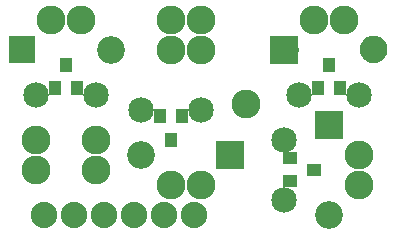
<source format=gts>
G04 MADE WITH FRITZING*
G04 WWW.FRITZING.ORG*
G04 DOUBLE SIDED*
G04 HOLES PLATED*
G04 CONTOUR ON CENTER OF CONTOUR VECTOR*
%ASAXBY*%
%FSLAX23Y23*%
%MOIN*%
%OFA0B0*%
%SFA1.0B1.0*%
%ADD10C,0.096614*%
%ADD11C,0.092000*%
%ADD12C,0.085000*%
%ADD13C,0.088000*%
%ADD14C,0.042000*%
%ADD15R,0.041496X0.045433*%
%ADD16R,0.045433X0.041496*%
%ADD17R,0.092000X0.092000*%
%ADD18R,0.001000X0.001000*%
%LNMASK1*%
G90*
G70*
G54D10*
X87Y199D03*
X87Y299D03*
X637Y149D03*
X537Y149D03*
G54D11*
X735Y249D03*
X437Y249D03*
X735Y249D03*
X437Y249D03*
G54D12*
X637Y399D03*
X437Y399D03*
X637Y399D03*
X437Y399D03*
G54D10*
X537Y599D03*
X1165Y249D03*
X1165Y149D03*
G54D11*
X1065Y347D03*
X1065Y49D03*
X1065Y347D03*
X1065Y49D03*
G54D12*
X915Y299D03*
X915Y99D03*
X915Y299D03*
X915Y99D03*
G54D13*
X115Y49D03*
X215Y49D03*
X315Y49D03*
X415Y49D03*
X515Y49D03*
X615Y49D03*
G54D10*
X637Y599D03*
X1015Y699D03*
X1115Y699D03*
G54D11*
X917Y599D03*
G54D14*
X1215Y599D03*
G54D11*
X917Y599D03*
G54D14*
X1215Y599D03*
G54D12*
X965Y449D03*
X1165Y449D03*
X965Y449D03*
X1165Y449D03*
G54D10*
X637Y699D03*
X137Y699D03*
X237Y699D03*
G54D14*
X39Y599D03*
G54D11*
X337Y599D03*
G54D14*
X39Y599D03*
G54D11*
X337Y599D03*
G54D12*
X87Y449D03*
X287Y449D03*
X87Y449D03*
X287Y449D03*
G54D10*
X537Y699D03*
X287Y199D03*
X287Y299D03*
X787Y419D03*
G54D15*
X150Y471D03*
X225Y471D03*
X187Y549D03*
X1028Y471D03*
X1102Y471D03*
X1065Y549D03*
G54D16*
X936Y237D03*
X936Y162D03*
X1015Y199D03*
G54D15*
X575Y378D03*
X500Y378D03*
X537Y299D03*
G54D17*
X736Y249D03*
X736Y249D03*
X1065Y348D03*
X1065Y348D03*
X916Y599D03*
X916Y599D03*
G54D18*
X0Y645D02*
X83Y645D01*
X1207Y645D02*
X1221Y645D01*
X0Y644D02*
X83Y644D01*
X1202Y644D02*
X1225Y644D01*
X0Y643D02*
X83Y643D01*
X1199Y643D02*
X1229Y643D01*
X0Y642D02*
X83Y642D01*
X1196Y642D02*
X1231Y642D01*
X0Y641D02*
X83Y641D01*
X1194Y641D02*
X1233Y641D01*
X0Y640D02*
X83Y640D01*
X1192Y640D02*
X1235Y640D01*
X0Y639D02*
X83Y639D01*
X1190Y639D02*
X1237Y639D01*
X0Y638D02*
X83Y638D01*
X1189Y638D02*
X1239Y638D01*
X0Y637D02*
X83Y637D01*
X1187Y637D02*
X1240Y637D01*
X0Y636D02*
X83Y636D01*
X1186Y636D02*
X1241Y636D01*
X0Y635D02*
X83Y635D01*
X1185Y635D02*
X1243Y635D01*
X0Y634D02*
X83Y634D01*
X1184Y634D02*
X1244Y634D01*
X0Y633D02*
X83Y633D01*
X1182Y633D02*
X1245Y633D01*
X0Y632D02*
X83Y632D01*
X1181Y632D02*
X1246Y632D01*
X0Y631D02*
X83Y631D01*
X1180Y631D02*
X1247Y631D01*
X0Y630D02*
X83Y630D01*
X1180Y630D02*
X1248Y630D01*
X0Y629D02*
X83Y629D01*
X1179Y629D02*
X1249Y629D01*
X0Y628D02*
X83Y628D01*
X1178Y628D02*
X1249Y628D01*
X0Y627D02*
X83Y627D01*
X1177Y627D02*
X1250Y627D01*
X0Y626D02*
X83Y626D01*
X1177Y626D02*
X1251Y626D01*
X0Y625D02*
X83Y625D01*
X1176Y625D02*
X1251Y625D01*
X0Y624D02*
X83Y624D01*
X1175Y624D02*
X1252Y624D01*
X0Y623D02*
X83Y623D01*
X1175Y623D02*
X1253Y623D01*
X0Y622D02*
X83Y622D01*
X1174Y622D02*
X1253Y622D01*
X0Y621D02*
X83Y621D01*
X1173Y621D02*
X1254Y621D01*
X0Y620D02*
X83Y620D01*
X1173Y620D02*
X1254Y620D01*
X0Y619D02*
X83Y619D01*
X1172Y619D02*
X1255Y619D01*
X0Y618D02*
X83Y618D01*
X1172Y618D02*
X1255Y618D01*
X0Y617D02*
X83Y617D01*
X1172Y617D02*
X1256Y617D01*
X0Y616D02*
X83Y616D01*
X1171Y616D02*
X1256Y616D01*
X0Y615D02*
X83Y615D01*
X1171Y615D02*
X1256Y615D01*
X0Y614D02*
X83Y614D01*
X1170Y614D02*
X1257Y614D01*
X0Y613D02*
X83Y613D01*
X1170Y613D02*
X1257Y613D01*
X0Y612D02*
X83Y612D01*
X1170Y612D02*
X1257Y612D01*
X0Y611D02*
X83Y611D01*
X1170Y611D02*
X1258Y611D01*
X0Y610D02*
X83Y610D01*
X1169Y610D02*
X1258Y610D01*
X0Y609D02*
X83Y609D01*
X1169Y609D02*
X1258Y609D01*
X0Y608D02*
X83Y608D01*
X1169Y608D02*
X1258Y608D01*
X0Y607D02*
X83Y607D01*
X1169Y607D02*
X1258Y607D01*
X0Y606D02*
X84Y606D01*
X1169Y606D02*
X1259Y606D01*
X0Y605D02*
X84Y605D01*
X1169Y605D02*
X1259Y605D01*
X0Y604D02*
X84Y604D01*
X1168Y604D02*
X1259Y604D01*
X0Y603D02*
X84Y603D01*
X1168Y603D02*
X1259Y603D01*
X0Y602D02*
X84Y602D01*
X1168Y602D02*
X1259Y602D01*
X0Y601D02*
X84Y601D01*
X1168Y601D02*
X1259Y601D01*
X0Y600D02*
X84Y600D01*
X1168Y600D02*
X1259Y600D01*
X0Y599D02*
X84Y599D01*
X1168Y599D02*
X1259Y599D01*
X0Y598D02*
X84Y598D01*
X1168Y598D02*
X1259Y598D01*
X0Y597D02*
X84Y597D01*
X1168Y597D02*
X1259Y597D01*
X0Y596D02*
X84Y596D01*
X1168Y596D02*
X1259Y596D01*
X0Y595D02*
X84Y595D01*
X1168Y595D02*
X1259Y595D01*
X0Y594D02*
X84Y594D01*
X1169Y594D02*
X1259Y594D01*
X0Y593D02*
X84Y593D01*
X1169Y593D02*
X1259Y593D01*
X0Y592D02*
X83Y592D01*
X1169Y592D02*
X1258Y592D01*
X0Y591D02*
X83Y591D01*
X1169Y591D02*
X1258Y591D01*
X0Y590D02*
X83Y590D01*
X1169Y590D02*
X1258Y590D01*
X0Y589D02*
X83Y589D01*
X1170Y589D02*
X1258Y589D01*
X0Y588D02*
X83Y588D01*
X1170Y588D02*
X1257Y588D01*
X0Y587D02*
X83Y587D01*
X1170Y587D02*
X1257Y587D01*
X0Y586D02*
X83Y586D01*
X1170Y586D02*
X1257Y586D01*
X0Y585D02*
X83Y585D01*
X1171Y585D02*
X1257Y585D01*
X0Y584D02*
X83Y584D01*
X1171Y584D02*
X1256Y584D01*
X0Y583D02*
X83Y583D01*
X1171Y583D02*
X1256Y583D01*
X0Y582D02*
X83Y582D01*
X1172Y582D02*
X1256Y582D01*
X0Y581D02*
X83Y581D01*
X1172Y581D02*
X1255Y581D01*
X0Y580D02*
X83Y580D01*
X1173Y580D02*
X1255Y580D01*
X0Y579D02*
X83Y579D01*
X1173Y579D02*
X1254Y579D01*
X0Y578D02*
X83Y578D01*
X1174Y578D02*
X1254Y578D01*
X0Y577D02*
X83Y577D01*
X1174Y577D02*
X1253Y577D01*
X0Y576D02*
X83Y576D01*
X1175Y576D02*
X1252Y576D01*
X0Y575D02*
X83Y575D01*
X1176Y575D02*
X1252Y575D01*
X0Y574D02*
X83Y574D01*
X1176Y574D02*
X1251Y574D01*
X0Y573D02*
X83Y573D01*
X1177Y573D02*
X1250Y573D01*
X0Y572D02*
X83Y572D01*
X1178Y572D02*
X1250Y572D01*
X0Y571D02*
X83Y571D01*
X1178Y571D02*
X1249Y571D01*
X0Y570D02*
X83Y570D01*
X1179Y570D02*
X1248Y570D01*
X0Y569D02*
X83Y569D01*
X1180Y569D02*
X1247Y569D01*
X0Y568D02*
X83Y568D01*
X1181Y568D02*
X1246Y568D01*
X0Y567D02*
X83Y567D01*
X1182Y567D02*
X1245Y567D01*
X0Y566D02*
X83Y566D01*
X1183Y566D02*
X1244Y566D01*
X0Y565D02*
X83Y565D01*
X1184Y565D02*
X1243Y565D01*
X0Y564D02*
X83Y564D01*
X1185Y564D02*
X1242Y564D01*
X0Y563D02*
X83Y563D01*
X1187Y563D02*
X1241Y563D01*
X0Y562D02*
X83Y562D01*
X1188Y562D02*
X1239Y562D01*
X0Y561D02*
X83Y561D01*
X1190Y561D02*
X1238Y561D01*
X0Y560D02*
X83Y560D01*
X1191Y560D02*
X1236Y560D01*
X0Y559D02*
X83Y559D01*
X1193Y559D02*
X1234Y559D01*
X0Y558D02*
X83Y558D01*
X1195Y558D02*
X1232Y558D01*
X0Y557D02*
X83Y557D01*
X1197Y557D02*
X1230Y557D01*
X0Y556D02*
X83Y556D01*
X1200Y556D02*
X1227Y556D01*
X0Y555D02*
X83Y555D01*
X1204Y555D02*
X1223Y555D01*
X0Y554D02*
X83Y554D01*
X1210Y554D02*
X1217Y554D01*
D02*
G04 End of Mask1*
M02*
</source>
